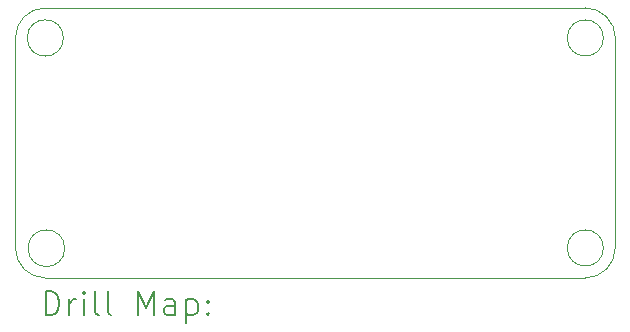
<source format=gbr>
%TF.GenerationSoftware,KiCad,Pcbnew,8.0.4*%
%TF.CreationDate,2024-08-09T00:28:41-05:00*%
%TF.ProjectId,FeatherDancer,46656174-6865-4724-9461-6e6365722e6b,rev?*%
%TF.SameCoordinates,Original*%
%TF.FileFunction,Drillmap*%
%TF.FilePolarity,Positive*%
%FSLAX45Y45*%
G04 Gerber Fmt 4.5, Leading zero omitted, Abs format (unit mm)*
G04 Created by KiCad (PCBNEW 8.0.4) date 2024-08-09 00:28:41*
%MOMM*%
%LPD*%
G01*
G04 APERTURE LIST*
%ADD10C,0.050000*%
%ADD11C,0.200000*%
G04 APERTURE END LIST*
D10*
X12728023Y-11391900D02*
G75*
G02*
X12417977Y-11391900I-155023J0D01*
G01*
X12417977Y-11391900D02*
G75*
G02*
X12728023Y-11391900I155023J0D01*
G01*
X12717738Y-9611360D02*
G75*
G02*
X12410482Y-9611360I-153628J0D01*
G01*
X12410482Y-9611360D02*
G75*
G02*
X12717738Y-9611360I153628J0D01*
G01*
X17288896Y-9611360D02*
G75*
G02*
X16983324Y-9611360I-152786J0D01*
G01*
X16983324Y-9611360D02*
G75*
G02*
X17288896Y-9611360I152786J0D01*
G01*
X17288896Y-11389360D02*
G75*
G02*
X16983324Y-11389360I-152786J0D01*
G01*
X16983324Y-11389360D02*
G75*
G02*
X17288896Y-11389360I152786J0D01*
G01*
X17136110Y-9357360D02*
G75*
G02*
X17390110Y-9611360I0J-254000D01*
G01*
X12564110Y-9357360D02*
X17136110Y-9357360D01*
X12310110Y-11389360D02*
X12310110Y-9611360D01*
X17390110Y-9611360D02*
X17390110Y-11389360D01*
X12310110Y-9611360D02*
G75*
G02*
X12564110Y-9357360I254000J0D01*
G01*
X17390110Y-11389360D02*
G75*
G02*
X17136110Y-11643360I-254000J0D01*
G01*
X12564110Y-11643360D02*
G75*
G02*
X12310110Y-11389360I0J254000D01*
G01*
X17136110Y-11643360D02*
X12564110Y-11643360D01*
D11*
X12568387Y-11957344D02*
X12568387Y-11757344D01*
X12568387Y-11757344D02*
X12616006Y-11757344D01*
X12616006Y-11757344D02*
X12644577Y-11766868D01*
X12644577Y-11766868D02*
X12663625Y-11785915D01*
X12663625Y-11785915D02*
X12673149Y-11804963D01*
X12673149Y-11804963D02*
X12682672Y-11843058D01*
X12682672Y-11843058D02*
X12682672Y-11871629D01*
X12682672Y-11871629D02*
X12673149Y-11909725D01*
X12673149Y-11909725D02*
X12663625Y-11928772D01*
X12663625Y-11928772D02*
X12644577Y-11947820D01*
X12644577Y-11947820D02*
X12616006Y-11957344D01*
X12616006Y-11957344D02*
X12568387Y-11957344D01*
X12768387Y-11957344D02*
X12768387Y-11824010D01*
X12768387Y-11862106D02*
X12777911Y-11843058D01*
X12777911Y-11843058D02*
X12787434Y-11833534D01*
X12787434Y-11833534D02*
X12806482Y-11824010D01*
X12806482Y-11824010D02*
X12825530Y-11824010D01*
X12892196Y-11957344D02*
X12892196Y-11824010D01*
X12892196Y-11757344D02*
X12882672Y-11766868D01*
X12882672Y-11766868D02*
X12892196Y-11776391D01*
X12892196Y-11776391D02*
X12901720Y-11766868D01*
X12901720Y-11766868D02*
X12892196Y-11757344D01*
X12892196Y-11757344D02*
X12892196Y-11776391D01*
X13016006Y-11957344D02*
X12996958Y-11947820D01*
X12996958Y-11947820D02*
X12987434Y-11928772D01*
X12987434Y-11928772D02*
X12987434Y-11757344D01*
X13120768Y-11957344D02*
X13101720Y-11947820D01*
X13101720Y-11947820D02*
X13092196Y-11928772D01*
X13092196Y-11928772D02*
X13092196Y-11757344D01*
X13349339Y-11957344D02*
X13349339Y-11757344D01*
X13349339Y-11757344D02*
X13416006Y-11900201D01*
X13416006Y-11900201D02*
X13482672Y-11757344D01*
X13482672Y-11757344D02*
X13482672Y-11957344D01*
X13663625Y-11957344D02*
X13663625Y-11852582D01*
X13663625Y-11852582D02*
X13654101Y-11833534D01*
X13654101Y-11833534D02*
X13635053Y-11824010D01*
X13635053Y-11824010D02*
X13596958Y-11824010D01*
X13596958Y-11824010D02*
X13577911Y-11833534D01*
X13663625Y-11947820D02*
X13644577Y-11957344D01*
X13644577Y-11957344D02*
X13596958Y-11957344D01*
X13596958Y-11957344D02*
X13577911Y-11947820D01*
X13577911Y-11947820D02*
X13568387Y-11928772D01*
X13568387Y-11928772D02*
X13568387Y-11909725D01*
X13568387Y-11909725D02*
X13577911Y-11890677D01*
X13577911Y-11890677D02*
X13596958Y-11881153D01*
X13596958Y-11881153D02*
X13644577Y-11881153D01*
X13644577Y-11881153D02*
X13663625Y-11871629D01*
X13758863Y-11824010D02*
X13758863Y-12024010D01*
X13758863Y-11833534D02*
X13777911Y-11824010D01*
X13777911Y-11824010D02*
X13816006Y-11824010D01*
X13816006Y-11824010D02*
X13835053Y-11833534D01*
X13835053Y-11833534D02*
X13844577Y-11843058D01*
X13844577Y-11843058D02*
X13854101Y-11862106D01*
X13854101Y-11862106D02*
X13854101Y-11919248D01*
X13854101Y-11919248D02*
X13844577Y-11938296D01*
X13844577Y-11938296D02*
X13835053Y-11947820D01*
X13835053Y-11947820D02*
X13816006Y-11957344D01*
X13816006Y-11957344D02*
X13777911Y-11957344D01*
X13777911Y-11957344D02*
X13758863Y-11947820D01*
X13939815Y-11938296D02*
X13949339Y-11947820D01*
X13949339Y-11947820D02*
X13939815Y-11957344D01*
X13939815Y-11957344D02*
X13930292Y-11947820D01*
X13930292Y-11947820D02*
X13939815Y-11938296D01*
X13939815Y-11938296D02*
X13939815Y-11957344D01*
X13939815Y-11833534D02*
X13949339Y-11843058D01*
X13949339Y-11843058D02*
X13939815Y-11852582D01*
X13939815Y-11852582D02*
X13930292Y-11843058D01*
X13930292Y-11843058D02*
X13939815Y-11833534D01*
X13939815Y-11833534D02*
X13939815Y-11852582D01*
M02*

</source>
